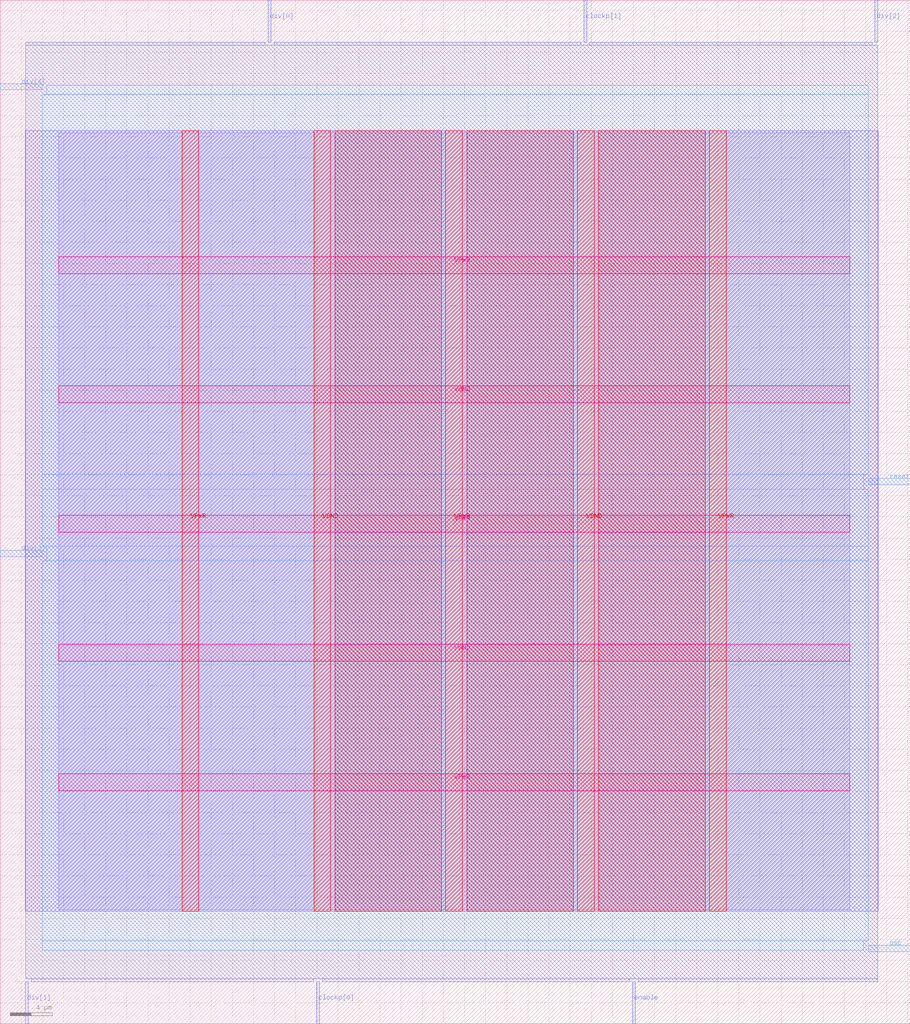
<source format=lef>
VERSION 5.7 ;
  NOWIREEXTENSIONATPIN ON ;
  DIVIDERCHAR "/" ;
  BUSBITCHARS "[]" ;
MACRO digital_pll
  CLASS BLOCK ;
  FOREIGN digital_pll ;
  ORIGIN 0.000 0.000 ;
  SIZE 86.230 BY 96.950 ;
  PIN clockp[0]
    DIRECTION OUTPUT TRISTATE ;
    USE SIGNAL ;
    PORT
      LAYER met2 ;
        RECT 29.990 0.000 30.270 4.000 ;
    END
  END clockp[0]
  PIN clockp[1]
    DIRECTION OUTPUT TRISTATE ;
    USE SIGNAL ;
    PORT
      LAYER met2 ;
        RECT 55.290 92.950 55.570 96.950 ;
    END
  END clockp[1]
  PIN div[0]
    DIRECTION INPUT ;
    USE SIGNAL ;
    PORT
      LAYER met2 ;
        RECT 25.390 92.950 25.670 96.950 ;
    END
  END div[0]
  PIN div[1]
    DIRECTION INPUT ;
    USE SIGNAL ;
    PORT
      LAYER met2 ;
        RECT 2.390 0.000 2.670 4.000 ;
    END
  END div[1]
  PIN div[2]
    DIRECTION INPUT ;
    USE SIGNAL ;
    PORT
      LAYER met2 ;
        RECT 82.890 92.950 83.170 96.950 ;
    END
  END div[2]
  PIN div[3]
    DIRECTION INPUT ;
    USE SIGNAL ;
    PORT
      LAYER met3 ;
        RECT 0.000 44.240 4.000 44.840 ;
    END
  END div[3]
  PIN div[4]
    DIRECTION INPUT ;
    USE SIGNAL ;
    PORT
      LAYER met3 ;
        RECT 0.000 88.440 4.000 89.040 ;
    END
  END div[4]
  PIN enable
    DIRECTION INPUT ;
    USE SIGNAL ;
    PORT
      LAYER met2 ;
        RECT 59.890 0.000 60.170 4.000 ;
    END
  END enable
  PIN osc
    DIRECTION INPUT ;
    USE SIGNAL ;
    PORT
      LAYER met3 ;
        RECT 82.230 6.840 86.230 7.440 ;
    END
  END osc
  PIN resetb
    DIRECTION INPUT ;
    USE SIGNAL ;
    PORT
      LAYER met3 ;
        RECT 82.230 51.040 86.230 51.640 ;
    END
  END resetb
  PIN VPWR
    DIRECTION INOUT ;
    USE POWER ;
    PORT
      LAYER met4 ;
        RECT 67.205 10.640 68.805 84.560 ;
    END
  END VPWR
  PIN VPWR
    DIRECTION INOUT ;
    USE POWER ;
    PORT
      LAYER met4 ;
        RECT 42.210 10.640 43.810 84.560 ;
    END
  END VPWR
  PIN VPWR
    DIRECTION INOUT ;
    USE POWER ;
    PORT
      LAYER met4 ;
        RECT 17.215 10.640 18.815 84.560 ;
    END
  END VPWR
  PIN VPWR
    DIRECTION INOUT ;
    USE POWER ;
    PORT
      LAYER met5 ;
        RECT 5.520 71.040 80.500 72.640 ;
    END
  END VPWR
  PIN VPWR
    DIRECTION INOUT ;
    USE POWER ;
    PORT
      LAYER met5 ;
        RECT 5.520 46.560 80.500 48.160 ;
    END
  END VPWR
  PIN VPWR
    DIRECTION INOUT ;
    USE POWER ;
    PORT
      LAYER met5 ;
        RECT 5.520 22.080 80.500 23.680 ;
    END
  END VPWR
  PIN VGND
    DIRECTION INOUT ;
    USE GROUND ;
    PORT
      LAYER met4 ;
        RECT 54.705 10.640 56.305 84.560 ;
    END
  END VGND
  PIN VGND
    DIRECTION INOUT ;
    USE GROUND ;
    PORT
      LAYER met4 ;
        RECT 29.715 10.640 31.315 84.560 ;
    END
  END VGND
  PIN VGND
    DIRECTION INOUT ;
    USE GROUND ;
    PORT
      LAYER met5 ;
        RECT 5.520 58.800 80.500 60.400 ;
    END
  END VGND
  PIN VGND
    DIRECTION INOUT ;
    USE GROUND ;
    PORT
      LAYER met5 ;
        RECT 5.520 34.320 80.500 35.920 ;
    END
  END VGND
  OBS
      LAYER li1 ;
        RECT 5.520 10.795 80.500 84.405 ;
      LAYER met1 ;
        RECT 2.370 10.640 83.190 84.560 ;
      LAYER met2 ;
        RECT 2.400 92.670 25.110 92.950 ;
        RECT 25.950 92.670 55.010 92.950 ;
        RECT 55.850 92.670 82.610 92.950 ;
        RECT 2.400 4.280 83.160 92.670 ;
        RECT 2.950 4.000 29.710 4.280 ;
        RECT 30.550 4.000 59.610 4.280 ;
        RECT 60.450 4.000 83.160 4.280 ;
      LAYER met3 ;
        RECT 4.400 88.040 82.230 88.905 ;
        RECT 4.000 52.040 82.230 88.040 ;
        RECT 4.000 50.640 81.830 52.040 ;
        RECT 4.000 45.240 82.230 50.640 ;
        RECT 4.400 43.840 82.230 45.240 ;
        RECT 4.000 7.840 82.230 43.840 ;
        RECT 4.000 6.975 81.830 7.840 ;
      LAYER met4 ;
        RECT 31.715 10.640 41.810 84.560 ;
        RECT 44.210 10.640 54.305 84.560 ;
        RECT 56.705 10.640 66.805 84.560 ;
  END
END digital_pll
END LIBRARY


</source>
